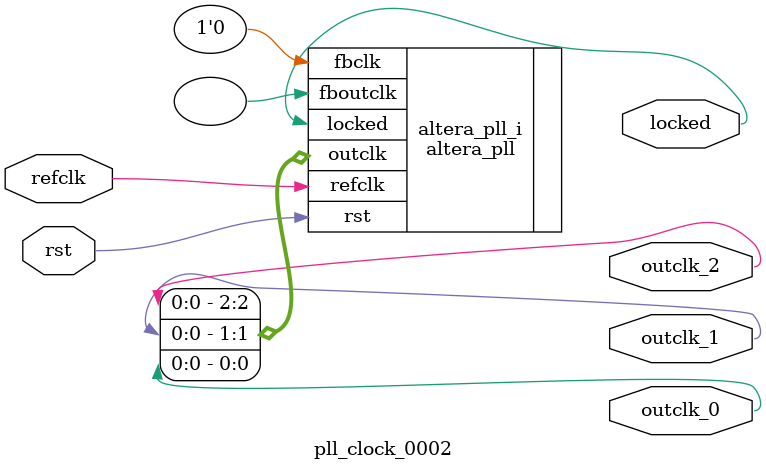
<source format=v>
`timescale 1ns/10ps
module  pll_clock_0002(

	// interface 'refclk'
	input wire refclk,

	// interface 'reset'
	input wire rst,

	// interface 'outclk0'
	output wire outclk_0,

	// interface 'outclk1'
	output wire outclk_1,

	// interface 'outclk2'
	output wire outclk_2,

	// interface 'locked'
	output wire locked
);

	altera_pll #(
		.fractional_vco_multiplier("false"),
		.reference_clock_frequency("50.0 MHz"),
		.operation_mode("direct"),
		.number_of_clocks(3),
		.output_clock_frequency0("25.000000 MHz"),
		.phase_shift0("0 ps"),
		.duty_cycle0(50),
		.output_clock_frequency1("100.000000 MHz"),
		.phase_shift1("0 ps"),
		.duty_cycle1(50),
		.output_clock_frequency2("200.000000 MHz"),
		.phase_shift2("0 ps"),
		.duty_cycle2(50),
		.output_clock_frequency3("0 MHz"),
		.phase_shift3("0 ps"),
		.duty_cycle3(50),
		.output_clock_frequency4("0 MHz"),
		.phase_shift4("0 ps"),
		.duty_cycle4(50),
		.output_clock_frequency5("0 MHz"),
		.phase_shift5("0 ps"),
		.duty_cycle5(50),
		.output_clock_frequency6("0 MHz"),
		.phase_shift6("0 ps"),
		.duty_cycle6(50),
		.output_clock_frequency7("0 MHz"),
		.phase_shift7("0 ps"),
		.duty_cycle7(50),
		.output_clock_frequency8("0 MHz"),
		.phase_shift8("0 ps"),
		.duty_cycle8(50),
		.output_clock_frequency9("0 MHz"),
		.phase_shift9("0 ps"),
		.duty_cycle9(50),
		.output_clock_frequency10("0 MHz"),
		.phase_shift10("0 ps"),
		.duty_cycle10(50),
		.output_clock_frequency11("0 MHz"),
		.phase_shift11("0 ps"),
		.duty_cycle11(50),
		.output_clock_frequency12("0 MHz"),
		.phase_shift12("0 ps"),
		.duty_cycle12(50),
		.output_clock_frequency13("0 MHz"),
		.phase_shift13("0 ps"),
		.duty_cycle13(50),
		.output_clock_frequency14("0 MHz"),
		.phase_shift14("0 ps"),
		.duty_cycle14(50),
		.output_clock_frequency15("0 MHz"),
		.phase_shift15("0 ps"),
		.duty_cycle15(50),
		.output_clock_frequency16("0 MHz"),
		.phase_shift16("0 ps"),
		.duty_cycle16(50),
		.output_clock_frequency17("0 MHz"),
		.phase_shift17("0 ps"),
		.duty_cycle17(50),
		.pll_type("General"),
		.pll_subtype("General")
	) altera_pll_i (
		.rst	(rst),
		.outclk	({outclk_2, outclk_1, outclk_0}),
		.locked	(locked),
		.fboutclk	( ),
		.fbclk	(1'b0),
		.refclk	(refclk)
	);
endmodule


</source>
